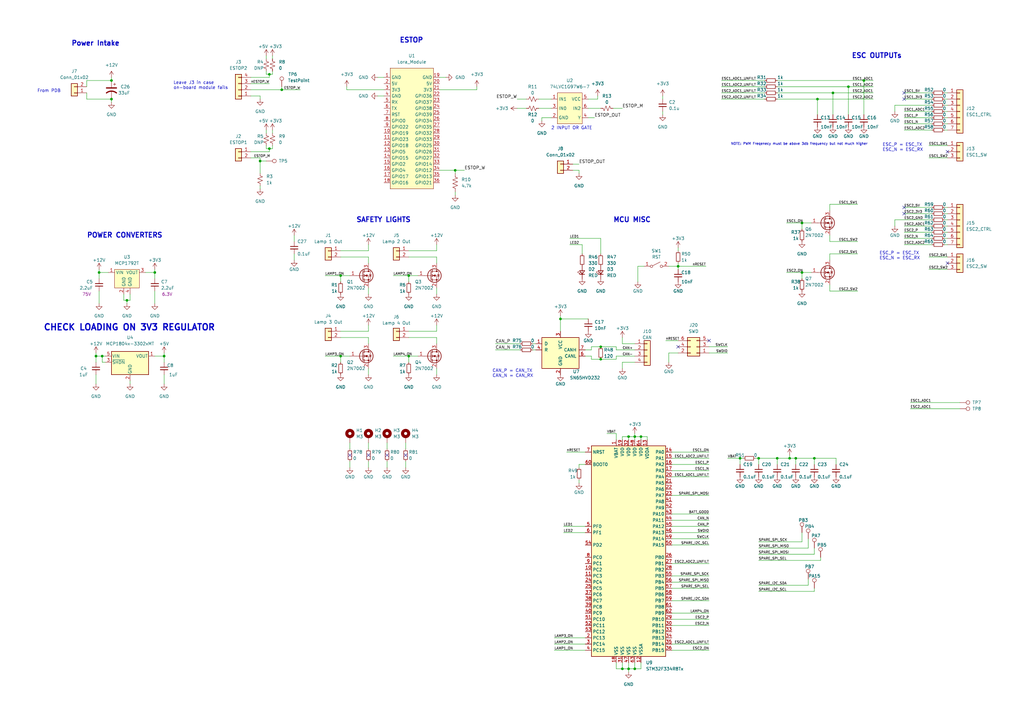
<source format=kicad_sch>
(kicad_sch (version 20211123) (generator eeschema)
  (paper "A3")
  (junction (at 323.85 187.96))
  (junction (at 278.13 109.22))
  (junction (at 354.33 33.02))
  (junction (at 328.93 111.76))
  (junction (at 45.72 33.02))
  (junction (at 139.7 146.05))
  (junction (at 45.72 40.64))
  (junction (at 335.28 40.64))
  (junction (at 106.68 66.04))
  (junction (at 260.35 179.07))
  (junction (at 167.64 113.03))
  (junction (at 115.57 36.83))
  (junction (at 334.01 187.96))
  (junction (at 257.81 274.32))
  (junction (at 326.39 187.96))
  (junction (at 341.63 38.1))
  (junction (at 186.69 69.85))
  (junction (at 318.77 187.96))
  (junction (at 262.89 179.07))
  (junction (at 40.64 111.76))
  (junction (at 246.38 142.24))
  (junction (at 52.07 123.19))
  (junction (at 328.93 91.44))
  (junction (at 257.81 179.07))
  (junction (at 139.7 113.03))
  (junction (at 110.49 30.48))
  (junction (at 303.53 187.96))
  (junction (at 255.27 274.32))
  (junction (at 67.31 146.05))
  (junction (at 63.5 111.76))
  (junction (at 347.98 35.56))
  (junction (at 110.49 60.96))
  (junction (at 41.91 146.05))
  (junction (at 167.64 146.05))
  (junction (at 311.15 187.96))
  (junction (at 229.87 130.81))
  (junction (at 246.38 147.32))
  (junction (at 260.35 274.32))
  (junction (at 39.37 146.05))
  (no_connect (at 370.84 87.63))
  (no_connect (at 370.84 85.09))
  (no_connect (at 388.62 62.23))
  (no_connect (at 290.83 139.7))
  (no_connect (at 278.13 142.24))
  (no_connect (at 143.51 186.69))
  (no_connect (at 388.62 107.95))
  (no_connect (at 151.13 186.69))
  (no_connect (at 166.37 186.69))
  (no_connect (at 158.75 186.69))
  (no_connect (at 370.84 38.1))
  (no_connect (at 370.84 40.64))
  (wire (pts (xy 387.35 38.1) (xy 388.62 38.1)))
  (wire (pts (xy 318.77 187.96) (xy 311.15 187.96)))
  (wire (pts (xy 106.68 66.04) (xy 106.68 71.12)))
  (wire (pts (xy 167.64 146.05) (xy 171.45 146.05)))
  (wire (pts (xy 102.87 31.75) (xy 110.49 31.75)))
  (wire (pts (xy 260.35 271.78) (xy 260.35 274.32)))
  (wire (pts (xy 102.87 36.83) (xy 115.57 36.83)))
  (wire (pts (xy 275.59 223.52) (xy 290.83 223.52)))
  (wire (pts (xy 241.3 40.64) (xy 245.11 40.64)))
  (wire (pts (xy 275.59 213.36) (xy 290.83 213.36)))
  (wire (pts (xy 252.73 271.78) (xy 252.73 274.32)))
  (wire (pts (xy 167.64 113.03) (xy 167.64 115.57)))
  (wire (pts (xy 186.69 69.85) (xy 190.5 69.85)))
  (wire (pts (xy 111.76 59.69) (xy 111.76 60.96)))
  (wire (pts (xy 367.03 90.17) (xy 382.27 90.17)))
  (wire (pts (xy 252.73 274.32) (xy 255.27 274.32)))
  (wire (pts (xy 110.49 30.48) (xy 109.22 30.48)))
  (wire (pts (xy 275.59 236.22) (xy 290.83 236.22)))
  (wire (pts (xy 151.13 102.87) (xy 151.13 100.33)))
  (wire (pts (xy 255.27 271.78) (xy 255.27 274.32)))
  (wire (pts (xy 111.76 53.34) (xy 111.76 54.61)))
  (wire (pts (xy 295.91 35.56) (xy 313.69 35.56)))
  (wire (pts (xy 186.69 78.74) (xy 186.69 80.01)))
  (wire (pts (xy 252.73 146.05) (xy 260.35 146.05)))
  (wire (pts (xy 370.84 53.34) (xy 382.27 53.34)))
  (wire (pts (xy 151.13 135.89) (xy 151.13 133.35)))
  (wire (pts (xy 328.93 111.76) (xy 328.93 114.3)))
  (wire (pts (xy 257.81 179.07) (xy 255.27 179.07)))
  (wire (pts (xy 222.25 48.26) (xy 222.25 49.53)))
  (wire (pts (xy 340.36 99.06) (xy 351.79 99.06)))
  (wire (pts (xy 180.34 36.83) (xy 195.58 36.83)))
  (wire (pts (xy 157.48 36.83) (xy 142.24 36.83)))
  (wire (pts (xy 246.38 44.45) (xy 241.3 44.45)))
  (wire (pts (xy 111.76 29.21) (xy 111.76 30.48)))
  (wire (pts (xy 367.03 43.18) (xy 382.27 43.18)))
  (wire (pts (xy 341.63 38.1) (xy 341.63 46.99)))
  (wire (pts (xy 275.59 241.3) (xy 290.83 241.3)))
  (wire (pts (xy 309.88 187.96) (xy 311.15 187.96)))
  (wire (pts (xy 295.91 33.02) (xy 313.69 33.02)))
  (wire (pts (xy 39.37 146.05) (xy 41.91 146.05)))
  (wire (pts (xy 255.27 179.07) (xy 255.27 180.34)))
  (wire (pts (xy 370.84 97.79) (xy 382.27 97.79)))
  (wire (pts (xy 387.35 40.64) (xy 388.62 40.64)))
  (wire (pts (xy 167.64 113.03) (xy 171.45 113.03)))
  (wire (pts (xy 340.36 104.14) (xy 351.79 104.14)))
  (wire (pts (xy 40.64 111.76) (xy 44.45 111.76)))
  (wire (pts (xy 275.59 251.46) (xy 290.83 251.46)))
  (wire (pts (xy 328.93 91.44) (xy 328.93 93.98)))
  (wire (pts (xy 334.01 242.57) (xy 334.01 241.3)))
  (wire (pts (xy 274.32 144.78) (xy 274.32 148.59)))
  (wire (pts (xy 262.89 179.07) (xy 265.43 179.07)))
  (wire (pts (xy 370.84 48.26) (xy 382.27 48.26)))
  (wire (pts (xy 387.35 43.18) (xy 388.62 43.18)))
  (wire (pts (xy 35.56 38.1) (xy 35.56 40.64)))
  (wire (pts (xy 220.98 44.45) (xy 226.06 44.45)))
  (wire (pts (xy 255.27 138.43) (xy 255.27 140.97)))
  (wire (pts (xy 318.77 187.96) (xy 318.77 190.5)))
  (wire (pts (xy 340.36 83.82) (xy 340.36 86.36)))
  (wire (pts (xy 387.35 53.34) (xy 388.62 53.34)))
  (wire (pts (xy 328.93 218.44) (xy 328.93 222.25)))
  (wire (pts (xy 41.91 148.59) (xy 41.91 146.05)))
  (wire (pts (xy 354.33 33.02) (xy 358.14 33.02)))
  (wire (pts (xy 35.56 33.02) (xy 45.72 33.02)))
  (wire (pts (xy 257.81 274.32) (xy 257.81 275.59)))
  (wire (pts (xy 260.35 274.32) (xy 262.89 274.32)))
  (wire (pts (xy 311.15 242.57) (xy 334.01 242.57)))
  (wire (pts (xy 167.64 105.41) (xy 179.07 105.41)))
  (wire (pts (xy 41.91 146.05) (xy 43.18 146.05)))
  (wire (pts (xy 311.15 229.87) (xy 336.55 229.87)))
  (wire (pts (xy 275.59 215.9) (xy 290.83 215.9)))
  (wire (pts (xy 342.9 187.96) (xy 342.9 190.5)))
  (wire (pts (xy 245.11 40.64) (xy 245.11 39.37)))
  (wire (pts (xy 318.77 38.1) (xy 341.63 38.1)))
  (wire (pts (xy 151.13 105.41) (xy 151.13 107.95)))
  (wire (pts (xy 222.25 48.26) (xy 226.06 48.26)))
  (wire (pts (xy 318.77 35.56) (xy 347.98 35.56)))
  (wire (pts (xy 139.7 138.43) (xy 151.13 138.43)))
  (wire (pts (xy 252.73 142.24) (xy 246.38 142.24)))
  (wire (pts (xy 45.72 40.64) (xy 45.72 41.91)))
  (wire (pts (xy 373.38 165.1) (xy 393.7 165.1)))
  (wire (pts (xy 233.68 97.79) (xy 246.38 97.79)))
  (wire (pts (xy 335.28 40.64) (xy 335.28 46.99)))
  (wire (pts (xy 323.85 187.96) (xy 318.77 187.96)))
  (wire (pts (xy 39.37 148.59) (xy 39.37 146.05)))
  (wire (pts (xy 227.33 266.7) (xy 240.03 266.7)))
  (wire (pts (xy 158.75 181.61) (xy 158.75 184.15)))
  (wire (pts (xy 262.89 274.32) (xy 262.89 271.78)))
  (wire (pts (xy 290.83 142.24) (xy 298.45 142.24)))
  (wire (pts (xy 387.35 92.71) (xy 388.62 92.71)))
  (wire (pts (xy 370.84 85.09) (xy 382.27 85.09)))
  (wire (pts (xy 167.64 138.43) (xy 179.07 138.43)))
  (wire (pts (xy 63.5 119.38) (xy 63.5 124.46)))
  (wire (pts (xy 133.35 113.03) (xy 139.7 113.03)))
  (wire (pts (xy 331.47 224.79) (xy 331.47 220.98)))
  (wire (pts (xy 278.13 109.22) (xy 278.13 110.49)))
  (wire (pts (xy 179.07 118.11) (xy 179.07 120.65)))
  (wire (pts (xy 227.33 264.16) (xy 240.03 264.16)))
  (wire (pts (xy 323.85 186.69) (xy 323.85 187.96)))
  (wire (pts (xy 311.15 240.03) (xy 331.47 240.03)))
  (wire (pts (xy 186.69 69.85) (xy 186.69 71.12)))
  (wire (pts (xy 40.64 111.76) (xy 40.64 114.3)))
  (wire (pts (xy 262.89 179.07) (xy 262.89 180.34)))
  (wire (pts (xy 109.22 59.69) (xy 109.22 60.96)))
  (wire (pts (xy 237.49 190.5) (xy 240.03 190.5)))
  (wire (pts (xy 151.13 151.13) (xy 151.13 153.67)))
  (wire (pts (xy 240.03 146.05) (xy 242.57 146.05)))
  (wire (pts (xy 151.13 138.43) (xy 151.13 140.97)))
  (wire (pts (xy 387.35 97.79) (xy 388.62 97.79)))
  (wire (pts (xy 370.84 87.63) (xy 382.27 87.63)))
  (wire (pts (xy 143.51 189.23) (xy 143.51 191.77)))
  (wire (pts (xy 110.49 62.23) (xy 110.49 60.96)))
  (wire (pts (xy 370.84 38.1) (xy 382.27 38.1)))
  (wire (pts (xy 35.56 40.64) (xy 45.72 40.64)))
  (wire (pts (xy 53.34 156.21) (xy 53.34 157.48)))
  (wire (pts (xy 370.84 100.33) (xy 382.27 100.33)))
  (wire (pts (xy 133.35 146.05) (xy 139.7 146.05)))
  (wire (pts (xy 115.57 36.83) (xy 123.19 36.83)))
  (wire (pts (xy 67.31 144.78) (xy 67.31 146.05)))
  (wire (pts (xy 381 64.77) (xy 388.62 64.77)))
  (wire (pts (xy 274.32 109.22) (xy 278.13 109.22)))
  (wire (pts (xy 110.49 60.96) (xy 111.76 60.96)))
  (wire (pts (xy 115.57 36.83) (xy 115.57 35.56)))
  (wire (pts (xy 246.38 142.24) (xy 242.57 142.24)))
  (wire (pts (xy 265.43 179.07) (xy 265.43 180.34)))
  (wire (pts (xy 311.15 187.96) (xy 311.15 190.5)))
  (wire (pts (xy 275.59 246.38) (xy 290.83 246.38)))
  (wire (pts (xy 139.7 113.03) (xy 139.7 115.57)))
  (wire (pts (xy 242.57 142.24) (xy 242.57 143.51)))
  (wire (pts (xy 336.55 228.6) (xy 336.55 229.87)))
  (wire (pts (xy 106.68 66.04) (xy 109.22 66.04)))
  (wire (pts (xy 109.22 22.86) (xy 109.22 24.13)))
  (wire (pts (xy 237.49 196.85) (xy 237.49 198.12)))
  (wire (pts (xy 387.35 48.26) (xy 388.62 48.26)))
  (wire (pts (xy 303.53 187.96) (xy 303.53 190.5)))
  (wire (pts (xy 229.87 130.81) (xy 229.87 135.89)))
  (wire (pts (xy 180.34 69.85) (xy 186.69 69.85)))
  (wire (pts (xy 318.77 33.02) (xy 354.33 33.02)))
  (wire (pts (xy 298.45 187.96) (xy 303.53 187.96)))
  (wire (pts (xy 120.65 96.52) (xy 120.65 99.06)))
  (wire (pts (xy 334.01 187.96) (xy 342.9 187.96)))
  (wire (pts (xy 203.2 143.51) (xy 213.36 143.51)))
  (wire (pts (xy 120.65 104.14) (xy 120.65 106.68)))
  (wire (pts (xy 328.93 91.44) (xy 332.74 91.44)))
  (wire (pts (xy 151.13 181.61) (xy 151.13 184.15)))
  (wire (pts (xy 387.35 90.17) (xy 388.62 90.17)))
  (wire (pts (xy 139.7 135.89) (xy 151.13 135.89)))
  (wire (pts (xy 340.36 119.38) (xy 351.79 119.38)))
  (wire (pts (xy 328.93 111.76) (xy 332.74 111.76)))
  (wire (pts (xy 370.84 95.25) (xy 382.27 95.25)))
  (wire (pts (xy 110.49 31.75) (xy 110.49 30.48)))
  (wire (pts (xy 271.78 39.37) (xy 271.78 40.64)))
  (wire (pts (xy 334.01 187.96) (xy 334.01 190.5)))
  (wire (pts (xy 238.76 104.14) (xy 238.76 100.33)))
  (wire (pts (xy 203.2 140.97) (xy 213.36 140.97)))
  (wire (pts (xy 212.09 44.45) (xy 215.9 44.45)))
  (wire (pts (xy 40.64 119.38) (xy 40.64 124.46)))
  (wire (pts (xy 326.39 187.96) (xy 326.39 190.5)))
  (wire (pts (xy 102.87 34.29) (xy 110.49 34.29)))
  (wire (pts (xy 323.85 187.96) (xy 326.39 187.96)))
  (wire (pts (xy 161.29 146.05) (xy 167.64 146.05)))
  (wire (pts (xy 275.59 218.44) (xy 290.83 218.44)))
  (wire (pts (xy 275.59 195.58) (xy 290.83 195.58)))
  (wire (pts (xy 179.07 102.87) (xy 179.07 100.33)))
  (wire (pts (xy 252.73 143.51) (xy 252.73 142.24)))
  (wire (pts (xy 52.07 123.19) (xy 50.8 123.19)))
  (wire (pts (xy 59.69 111.76) (xy 63.5 111.76)))
  (wire (pts (xy 257.81 271.78) (xy 257.81 274.32)))
  (wire (pts (xy 53.34 120.65) (xy 53.34 123.19)))
  (wire (pts (xy 252.73 180.34) (xy 252.73 177.8)))
  (wire (pts (xy 290.83 193.04) (xy 275.59 193.04)))
  (wire (pts (xy 35.56 35.56) (xy 35.56 33.02)))
  (wire (pts (xy 273.05 139.7) (xy 278.13 139.7)))
  (wire (pts (xy 231.14 215.9) (xy 240.03 215.9)))
  (wire (pts (xy 260.35 179.07) (xy 260.35 180.34)))
  (wire (pts (xy 257.81 179.07) (xy 257.81 180.34)))
  (wire (pts (xy 195.58 36.83) (xy 195.58 35.56)))
  (wire (pts (xy 275.59 210.82) (xy 290.83 210.82)))
  (wire (pts (xy 295.91 38.1) (xy 313.69 38.1)))
  (wire (pts (xy 275.59 185.42) (xy 290.83 185.42)))
  (wire (pts (xy 154.94 31.75) (xy 157.48 31.75)))
  (wire (pts (xy 45.72 31.75) (xy 45.72 33.02)))
  (wire (pts (xy 227.33 261.62) (xy 240.03 261.62)))
  (wire (pts (xy 233.68 100.33) (xy 238.76 100.33)))
  (wire (pts (xy 50.8 120.65) (xy 50.8 123.19)))
  (wire (pts (xy 151.13 189.23) (xy 151.13 191.77)))
  (wire (pts (xy 322.58 91.44) (xy 328.93 91.44)))
  (wire (pts (xy 311.15 224.79) (xy 331.47 224.79)))
  (wire (pts (xy 260.35 177.8) (xy 260.35 179.07)))
  (wire (pts (xy 139.7 105.41) (xy 151.13 105.41)))
  (wire (pts (xy 260.35 148.59) (xy 255.27 148.59)))
  (wire (pts (xy 179.07 138.43) (xy 179.07 140.97)))
  (wire (pts (xy 260.35 179.07) (xy 257.81 179.07)))
  (wire (pts (xy 347.98 35.56) (xy 358.14 35.56)))
  (wire (pts (xy 387.35 100.33) (xy 388.62 100.33)))
  (wire (pts (xy 275.59 266.7) (xy 290.83 266.7)))
  (wire (pts (xy 278.13 109.22) (xy 278.13 107.95)))
  (wire (pts (xy 139.7 146.05) (xy 143.51 146.05)))
  (wire (pts (xy 242.57 143.51) (xy 240.03 143.51)))
  (wire (pts (xy 387.35 50.8) (xy 388.62 50.8)))
  (wire (pts (xy 246.38 104.14) (xy 246.38 97.79)))
  (wire (pts (xy 252.73 143.51) (xy 260.35 143.51)))
  (wire (pts (xy 218.44 140.97) (xy 219.71 140.97)))
  (wire (pts (xy 102.87 64.77) (xy 106.68 64.77)))
  (wire (pts (xy 387.35 95.25) (xy 388.62 95.25)))
  (wire (pts (xy 278.13 101.6) (xy 278.13 102.87)))
  (wire (pts (xy 109.22 53.34) (xy 109.22 54.61)))
  (wire (pts (xy 218.44 143.51) (xy 219.71 143.51)))
  (wire (pts (xy 295.91 40.64) (xy 313.69 40.64)))
  (wire (pts (xy 331.47 240.03) (xy 331.47 237.49)))
  (wire (pts (xy 212.09 40.64) (xy 215.9 40.64)))
  (wire (pts (xy 110.49 60.96) (xy 109.22 60.96)))
  (wire (pts (xy 340.36 83.82) (xy 351.79 83.82)))
  (wire (pts (xy 334.01 227.33) (xy 334.01 224.79)))
  (wire (pts (xy 39.37 144.78) (xy 39.37 146.05)))
  (wire (pts (xy 271.78 46.99) (xy 271.78 45.72)))
  (wire (pts (xy 106.68 76.2) (xy 106.68 77.47)))
  (wire (pts (xy 275.59 256.54) (xy 290.83 256.54)))
  (wire (pts (xy 373.38 167.64) (xy 393.7 167.64)))
  (wire (pts (xy 387.35 85.09) (xy 388.62 85.09)))
  (wire (pts (xy 275.59 231.14) (xy 290.83 231.14)))
  (wire (pts (xy 43.18 148.59) (xy 41.91 148.59)))
  (wire (pts (xy 260.35 140.97) (xy 255.27 140.97)))
  (wire (pts (xy 354.33 33.02) (xy 354.33 46.99)))
  (wire (pts (xy 237.49 69.85) (xy 237.49 71.12)))
  (wire (pts (xy 264.16 109.22) (xy 261.62 109.22)))
  (wire (pts (xy 180.34 31.75) (xy 182.88 31.75)))
  (wire (pts (xy 139.7 102.87) (xy 151.13 102.87)))
  (wire (pts (xy 151.13 118.11) (xy 151.13 120.65)))
  (wire (pts (xy 166.37 181.61) (xy 166.37 184.15)))
  (wire (pts (xy 255.27 148.59) (xy 255.27 151.13)))
  (wire (pts (xy 275.59 238.76) (xy 290.83 238.76)))
  (wire (pts (xy 167.64 135.89) (xy 179.07 135.89)))
  (wire (pts (xy 381 105.41) (xy 388.62 105.41)))
  (wire (pts (xy 143.51 181.61) (xy 143.51 184.15)))
  (wire (pts (xy 261.62 109.22) (xy 261.62 115.57)))
  (wire (pts (xy 167.64 102.87) (xy 179.07 102.87)))
  (wire (pts (xy 303.53 187.96) (xy 304.8 187.96)))
  (wire (pts (xy 370.84 92.71) (xy 382.27 92.71)))
  (wire (pts (xy 229.87 129.54) (xy 229.87 130.81)))
  (wire (pts (xy 341.63 38.1) (xy 358.14 38.1)))
  (wire (pts (xy 102.87 62.23) (xy 110.49 62.23)))
  (wire (pts (xy 52.07 123.19) (xy 53.34 123.19)))
  (wire (pts (xy 340.36 104.14) (xy 340.36 106.68)))
  (wire (pts (xy 67.31 146.05) (xy 67.31 148.59)))
  (wire (pts (xy 167.64 146.05) (xy 167.64 148.59)))
  (wire (pts (xy 387.35 45.72) (xy 388.62 45.72)))
  (wire (pts (xy 237.49 191.77) (xy 237.49 190.5)))
  (wire (pts (xy 255.27 274.32) (xy 257.81 274.32)))
  (wire (pts (xy 381 59.69) (xy 388.62 59.69)))
  (wire (pts (xy 318.77 40.64) (xy 335.28 40.64)))
  (wire (pts (xy 63.5 111.76) (xy 63.5 114.3)))
  (wire (pts (xy 63.5 110.49) (xy 63.5 111.76)))
  (wire (pts (xy 234.95 69.85) (xy 237.49 69.85)))
  (wire (pts (xy 154.94 39.37) (xy 157.48 39.37)))
  (wire (pts (xy 275.59 254) (xy 290.83 254)))
  (wire (pts (xy 139.7 146.05) (xy 139.7 148.59)))
  (wire (pts (xy 367.03 92.71) (xy 367.03 90.17)))
  (wire (pts (xy 229.87 130.81) (xy 241.3 130.81)))
  (wire (pts (xy 63.5 146.05) (xy 67.31 146.05)))
  (wire (pts (xy 255.27 44.45) (xy 251.46 44.45)))
  (wire (pts (xy 232.41 185.42) (xy 240.03 185.42)))
  (wire (pts (xy 142.24 36.83) (xy 142.24 35.56)))
  (wire (pts (xy 39.37 153.67) (xy 39.37 157.48)))
  (wire (pts (xy 260.35 179.07) (xy 262.89 179.07)))
  (wire (pts (xy 242.57 147.32) (xy 246.38 147.32)))
  (wire (pts (xy 367.03 45.72) (xy 367.03 43.18)))
  (wire (pts (xy 179.07 151.13) (xy 179.07 153.67)))
  (wire (pts (xy 220.98 40.64) (xy 226.06 40.64)))
  (wire (pts (xy 340.36 119.38) (xy 340.36 116.84)))
  (wire (pts (xy 252.73 147.32) (xy 252.73 146.05)))
  (wire (pts (xy 290.83 144.78) (xy 298.45 144.78)))
  (wire (pts (xy 370.84 45.72) (xy 382.27 45.72)))
  (wire (pts (xy 347.98 35.56) (xy 347.98 46.99)))
  (wire (pts (xy 158.75 189.23) (xy 158.75 191.77)))
  (wire (pts (xy 52.07 124.46) (xy 52.07 123.19)))
  (wire (pts (xy 252.73 177.8) (xy 248.92 177.8)))
  (wire (pts (xy 370.84 50.8) (xy 382.27 50.8)))
  (wire (pts (xy 275.59 203.2) (xy 290.83 203.2)))
  (wire (pts (xy 102.87 39.37) (xy 106.68 39.37)))
  (wire (pts (xy 241.3 48.26) (xy 243.84 48.26)))
  (wire (pts (xy 246.38 147.32) (xy 252.73 147.32)))
  (wire (pts (xy 278.13 109.22) (xy 289.56 109.22)))
  (wire (pts (xy 106.68 64.77) (xy 106.68 66.04)))
  (wire (pts (xy 275.59 264.16) (xy 290.83 264.16)))
  (wire (pts (xy 322.58 111.76) (xy 328.93 111.76)))
  (wire (pts (xy 67.31 153.67) (xy 67.31 157.48)))
  (wire (pts (xy 311.15 227.33) (xy 334.01 227.33)))
  (wire (pts (xy 381 110.49) (xy 388.62 110.49)))
  (wire (pts (xy 275.59 187.96) (xy 290.83 187.96)))
  (wire (pts (xy 290.83 190.5) (xy 275.59 190.5)))
  (wire (pts (xy 387.35 87.63) (xy 388.62 87.63)))
  (wire (pts (xy 179.07 105.41) (xy 179.07 107.95)))
  (wire (pts (xy 326.39 187.96) (xy 334.01 187.96)))
  (wire (pts (xy 179.07 135.89) (xy 179.07 133.35)))
  (wire (pts (xy 110.49 30.48) (xy 111.76 30.48)))
  (wire (pts (xy 340.36 99.06) (xy 340.36 96.52)))
  (wire (pts (xy 278.13 144.78) (xy 274.32 144.78)))
  (wire (pts (xy 40.64 110.49) (xy 40.64 111.76)))
  (wire (pts (xy 242.57 146.05) (xy 242.57 147.32)))
  (wire (pts (xy 275.59 220.98) (xy 290.83 220.98)))
  (wire (pts (xy 234.95 67.31) (xy 237.49 67.31)))
  (wire (pts (xy 166.37 189.23) (xy 166.37 191.77)))
  (wire (pts (xy 260.35 274.32) (xy 257.81 274.32)))
  (wire (pts (xy 109.22 29.21) (xy 109.22 30.48)))
  (wire (pts (xy 139.7 113.03) (xy 143.51 113.03)))
  (wire (pts (xy 370.84 40.64) (xy 382.27 40.64)))
  (wire (pts (xy 106.68 39.37) (xy 106.68 40.64)))
  (wire (pts (xy 111.76 22.86) (xy 111.76 24.13)))
  (wire (pts (xy 161.29 113.03) (xy 167.64 113.03)))
  (wire (pts (xy 231.14 218.44) (xy 240.03 218.44)))
  (wire (pts (xy 311.15 222.25) (xy 328.93 222.25)))
  (wire (pts (xy 335.28 40.64) (xy 358.14 40.64)))
  (text "2 INPUT OR GATE" (at 226.06 53.34 0) (effects (font (size 1.27 1.27)) (justify left bottom)))
  (text "NOTE: PWM Freqenecy must be above 3db frequency but not much higher" (at 299.72 59.69 0) (effects (font (size 0.99 0.99)) (justify left bottom)))
  (text "POWER CONVERTERS" (at 35.56 97.79 0) (effects (font (size 2 2) (thickness 0.4) bold) (justify left bottom)))
  (text "Power Intake\n" (at 29.21 19.05 0) (effects (font (size 2 2) bold) (justify left bottom)))
  (text "CHECK LOADING ON 3V3 REGULATOR\n" (at 17.78 135.89 0) (effects (font (size 2.54 2.54) (thickness 0.508) bold) (justify left bottom)))
  (text "SAFETY LIGHTS" (at 146.05 91.44 0) (effects (font (size 2 2) bold) (justify left bottom)))
  (text "ESC_P = ESC_TX\nESC_N = ESC_RX\n" (at 361.95 62.23 0) (effects (font (size 1.27 1.27)) (justify left bottom)))
  (text "ESC OUTPUTs\n" (at 349.25 24.13 0) (effects (font (size 2 2) bold) (justify left bottom)))
  (text "From PDB" (at 15.24 38.1 0) (effects (font (size 1.27 1.27)) (justify left bottom)))
  (text "Leave J3 in case \non-board module fails" (at 71.12 36.83 0) (effects (font (size 1.27 1.27)) (justify left bottom)))
  (text "ESC_P = ESC_TX\nESC_N = ESC_RX\n" (at 360.68 106.68 0) (effects (font (size 1.27 1.27)) (justify left bottom)))
  (text "CAN_P = CAN_TX\nCAN_N = CAN_RX\n" (at 201.93 154.94 0) (effects (font (size 1.27 1.27)) (justify left bottom)))
  (text "ESTOP" (at 163.83 17.78 0) (effects (font (size 2 2) bold) (justify left bottom)))
  (text "MCU MISC" (at 251.46 91.44 0) (effects (font (size 2 2) bold) (justify left bottom)))
  (label "ESC2_SW1" (at 381 105.41 0) (effects (font (size 0.99 0.99))))
  (label "ESC1_ADC2" (at 358.14 35.56 180) (effects (font (size 0.99 0.99))))
  (label "ESTOP_W" (at 212.09 40.64 180))
  (label "ESTOP_W" (at 190.5 69.85 0))
  (label "CAN_P" (at 290.83 215.9 180) (effects (font (size 0.99 0.99))))
  (label "ESC2_ADC2" (at 370.84 100.33 0) (effects (font (size 0.99 0.99))))
  (label "VBAT" (at 298.45 187.96 0) (effects (font (size 0.99 0.99))))
  (label "ESC1_P" (at 370.84 48.26 0) (effects (font (size 0.99 0.99))))
  (label "ESC2_3V3" (at 370.84 87.63 0) (effects (font (size 0.99 0.99))))
  (label "ESC1_ADC2_UNFILT" (at 290.83 187.96 180) (effects (font (size 0.99 0.99))))
  (label "LED1" (at 231.14 215.9 0) (effects (font (size 0.99 0.99))))
  (label "ESC1_ADC1" (at 373.38 165.1 0) (effects (font (size 0.99 0.99))))
  (label "SPARE_I2C_SCL" (at 311.15 242.57 0) (effects (font (size 0.99 0.99))))
  (label "ESC2_N" (at 290.83 256.54 180) (effects (font (size 0.99 0.99))))
  (label "LAMP4_ON" (at 161.29 146.05 0) (effects (font (size 0.99 0.99))))
  (label "ESC2_GND" (at 370.84 90.17 0) (effects (font (size 0.99 0.99))))
  (label "CAN_N" (at 203.2 143.51 0))
  (label "nRESET" (at 232.41 185.42 0) (effects (font (size 0.99 0.99))))
  (label "ESC1_ADC1" (at 370.84 45.72 0) (effects (font (size 0.99 0.99))))
  (label "ESC1_ADC1_UNFILT" (at 295.91 33.02 0) (effects (font (size 0.99 0.99))))
  (label "ESC1_N" (at 290.83 193.04 180) (effects (font (size 0.99 0.99))))
  (label "SWDIO" (at 290.83 218.44 180) (effects (font (size 0.99 0.99))))
  (label "LAMP3_ON" (at 133.35 146.05 0) (effects (font (size 0.99 0.99))))
  (label "nRESET" (at 273.05 139.7 0) (effects (font (size 0.99 0.99))))
  (label "ESC2_ADC1" (at 370.84 92.71 0) (effects (font (size 0.99 0.99))))
  (label "CAN_P" (at 203.2 140.97 0))
  (label "nRESET" (at 289.56 109.22 180) (effects (font (size 0.99 0.99))))
  (label "ESC2_ON" (at 290.83 266.7 180) (effects (font (size 0.99 0.99))))
  (label "CAN_N" (at 290.83 213.36 180) (effects (font (size 0.99 0.99))))
  (label "ESC2_ADC1" (at 358.14 38.1 180) (effects (font (size 0.99 0.99))))
  (label "ESC1_SW1" (at 381 59.69 0) (effects (font (size 0.99 0.99))))
  (label "ESC1_P" (at 290.83 190.5 180) (effects (font (size 0.99 0.99))))
  (label "SWDIO" (at 298.45 144.78 180) (effects (font (size 0.99 0.99))))
  (label "ESC2_5V" (at 370.84 85.09 0) (effects (font (size 0.99 0.99))))
  (label "ESC1_ON" (at 290.83 185.42 180) (effects (font (size 0.99 0.99))))
  (label "VBAT" (at 248.92 177.8 0) (effects (font (size 0.99 0.99))))
  (label "ESC1_3V3" (at 370.84 40.64 0) (effects (font (size 0.99 0.99))))
  (label "ESC1_ADC1_UNFILT" (at 290.83 195.58 180) (effects (font (size 0.99 0.99))))
  (label "LAMP3_ON" (at 227.33 261.62 0) (effects (font (size 0.99 0.99))))
  (label "LAMP2_ON" (at 227.33 264.16 0) (effects (font (size 0.99 0.99))))
  (label "ESC2_N" (at 370.84 97.79 0) (effects (font (size 0.99 0.99))))
  (label "SPARE_SPI_SEL" (at 290.83 241.3 180) (effects (font (size 1 1))))
  (label "SPARE_SPI_MOSI" (at 290.83 203.2 180) (effects (font (size 1 1))))
  (label "ESC2_ADC2_UNFILT" (at 295.91 40.64 0) (effects (font (size 0.99 0.99))))
  (label "LED2" (at 231.14 218.44 0) (effects (font (size 0.99 0.99))))
  (label "ESC1_ADC2_UNFILT" (at 295.91 35.56 0) (effects (font (size 0.99 0.99))))
  (label "SPARE_SPI_SEL" (at 311.15 229.87 0) (effects (font (size 1 1))))
  (label "SWCLK" (at 290.83 220.98 180) (effects (font (size 0.99 0.99))))
  (label "ESC1_ADC1" (at 358.14 33.02 180) (effects (font (size 0.99 0.99))))
  (label "ESC2_ADC2" (at 358.14 40.64 180) (effects (font (size 0.99 0.99))))
  (label "ESTOP_OUT" (at 243.84 48.26 0))
  (label "nESTOP_W" (at 110.49 34.29 180) (effects (font (size 0.99 0.99))))
  (label "ESC2_SW2" (at 381 110.49 0) (effects (font (size 0.99 0.99))))
  (label "ESC2_ADC2_UNFILT" (at 290.83 231.14 180) (effects (font (size 0.99 0.99))))
  (label "ESC2_SW1" (at 351.79 104.14 180) (effects (font (size 0.99 0.99))))
  (label "CAN+" (at 255.27 143.51 0) (effects (font (size 0.99 0.99))))
  (label "SWCLK" (at 298.45 142.24 180) (effects (font (size 0.99 0.99))))
  (label "ESTOP_W" (at 123.19 36.83 180) (effects (font (size 0.99 0.99))))
  (label "ESC1_ADC2" (at 370.84 53.34 0) (effects (font (size 0.99 0.99))))
  (label "ESC1_ON" (at 322.58 91.44 0) (effects (font (size 0.99 0.99))))
  (label "SPARE_SPI_SCK" (at 311.15 222.25 0) (effects (font (size 1 1))))
  (label "ESC2_P" (at 370.84 95.25 0) (effects (font (size 0.99 0.99))))
  (label "LAMP1_ON" (at 227.33 266.7 0) (effects (font (size 0.99 0.99))))
  (label "LAMP4_ON" (at 290.83 251.46 180) (effects (font (size 0.99 0.99))))
  (label "ESC2_ON" (at 322.58 111.76 0) (effects (font (size 0.99 0.99))))
  (label "ESTOP_M" (at 104.14 64.77 0) (effects (font (size 0.99 0.99))))
  (label "ESC2_ADC1_UNFILT" (at 290.83 264.16 180) (effects (font (size 0.99 0.99))))
  (label "ESC1_SW2" (at 351.79 99.06 180) (effects (font (size 0.99 0.99))))
  (label "ESC2_SW2" (at 351.79 119.38 180) (effects (font (size 0.99 0.99))))
  (label "ESC1_SW1" (at 351.79 83.82 180) (effects (font (size 0.99 0.99))))
  (label "LAMP2_ON" (at 161.29 113.03 0) (effects (font (size 0.99 0.99))))
  (label "ESC2_ADC1" (at 373.38 167.64 0) (effects (font (size 0.99 0.99))))
  (label "CAN-" (at 255.27 146.05 0) (effects (font (size 0.99 0.99))))
  (label "ESC1_N" (at 370.84 50.8 0) (effects (font (size 0.99 0.99))))
  (label "ESC2_ADC1_UNFILT" (at 295.91 38.1 0) (effects (font (size 0.99 0.99))))
  (label "SPARE_SPI_MOSI" (at 311.15 227.33 0) (effects (font (size 1 1))))
  (label "SPARE_SPI_MISO" (at 311.15 224.79 0) (effects (font (size 1 1))))
  (label "ESC2_P" (at 290.83 254 180) (effects (font (size 0.99 0.99))))
  (label "ESC1_5V" (at 370.84 38.1 0) (effects (font (size 0.99 0.99))))
  (label "ESC1_SW2" (at 381 64.77 0) (effects (font (size 0.99 0.99))))
  (label "SPARE_I2C_SDA" (at 290.83 246.38 180) (effects (font (size 0.99 0.99))))
  (label "LED2" (at 233.68 100.33 0) (effects (font (size 0.99 0.99))))
  (label "ESTOP_OUT" (at 237.49 67.31 0))
  (label "SPARE_SPI_MISO" (at 290.83 238.76 180) (effects (font (size 1 1))))
  (label "LED1" (at 233.68 97.79 0) (effects (font (size 0.99 0.99))))
  (label "SPARE_I2C_SDA" (at 311.15 240.03 0) (effects (font (size 0.99 0.99))))
  (label "ESTOP_M" (at 255.27 44.45 0))
  (label "BATT_GOOD" (at 290.83 210.82 180) (effects (font (size 0.99 0.99))))
  (label "SPARE_I2C_SCL" (at 290.83 223.52 180) (effects (font (size 0.99 0.99))))
  (label "LAMP1_ON" (at 133.35 113.03 0) (effects (font (size 0.99 0.99))))
  (label "SPARE_SPI_SCK" (at 290.83 236.22 180) (effects (font (size 1 1))))
  (symbol (lib_id "power:+3V3") (at 111.76 22.86 0) (unit 1)
    (property "Reference" "#PWR0144" (effects hide))
    (property "Value" "+3V3" (at 113.03 19.05 0))
  )
  (symbol (lib_id "power:GND") (at 328.93 99.06 0) (unit 1)
    (property "Reference" "#PWR0132" (effects hide))
    (property "Value" "GND" (at 328.93 104.14 0))
  )
  (symbol (lib_id "Mechanical:MountingHole_Pad") (at 166.37 179.07 0) (unit 1)
    (property "Reference" "H4" (at 168.91 176.5299 0) (effects (justify left)))
    (property "Value" "M3" (at 168.91 179.0699 0) (effects (justify left)))
    (property "Footprint" "MountingHole:MountingHole_3.2mm_M3_Pad_Via" (effects hide))
  )
  (symbol (lib_id "power:GND") (at 347.98 52.07 0) (unit 1)
    (property "Reference" "#PWR0134" (effects hide))
    (property "Value" "GND" (at 347.98 55.88 0))
  )
  (symbol (lib_id "Regulator_Linear:MCP1804x-3302xMT") (at 53.34 148.59 0) (unit 1)
    (property "Reference" "U4" (at 53.34 138.43 0))
    (property "Value" "MCP1804x-3302xMT" (at 53.34 140.97 0))
    (property "Footprint" "Package_TO_SOT_SMD:SOT-89-5" (effects hide))
    (property "Datasheet" "http://ww1.microchip.com/downloads/en/DeviceDoc/20002200D.pdf" (effects hide))
    (property "Digikey" "MCP1804T-5002I/MTCT-ND" (effects hide))
  )
  (symbol (lib_id "power:GND") (at 257.81 275.59 0) (unit 1)
    (property "Reference" "#PWR011" (effects hide))
    (property "Value" "GND" (at 257.81 280.67 0))
  )
  (symbol (lib_id "Device:R_Small") (at 316.23 40.64 90) (unit 1)
    (property "Reference" "R34" (at 312.42 39.37 90))
    (property "Value" "1k" (at 320.04 39.37 90))
    (property "Footprint" "Resistor_SMD:R_0603_1608Metric" (effects hide))
  )
  (symbol (lib_id "power:GND") (at 151.13 191.77 0) (unit 1)
    (property "Reference" "#PWR0169" (effects hide))
    (property "Value" "GND" (at 151.13 195.58 0))
  )
  (symbol (lib_id "Transistor_FET:2N7002") (at 176.53 146.05 0) (unit 1)
    (property "Reference" "Q4" (at 170.18 148.59 0) (effects (justify left)))
    (property "Value" "2N7002" (at 170.18 151.13 0) (effects (justify left)))
    (property "Footprint" "Package_TO_SOT_SMD:SOT-23" (effects hide))
    (property "Datasheet" "https://www.onsemi.com/pub/Collateral/NDS7002A-D.PDF" (effects hide))
    (property "Digikey" "2N7002A-7DICT-ND" (effects hide))
  )
  (symbol (lib_id "power:+3V3") (at 278.13 101.6 0) (mirror y) (unit 1)
    (property "Reference" "#PWR014" (effects hide))
    (property "Value" "+3V3" (at 278.13 97.79 0))
  )
  (symbol (lib_id "power:GND") (at 186.69 80.01 0) (unit 1)
    (property "Reference" "#PWR0106" (effects hide))
    (property "Value" "GND" (at 186.69 85.09 0))
  )
  (symbol (lib_id "Device:R_Small_US") (at 248.92 44.45 90) (mirror x) (unit 1)
    (property "Reference" "R13" (at 248.92 39.37 90))
    (property "Value" "0" (at 248.92 41.91 90))
    (property "Footprint" "Resistor_SMD:R_0805_2012Metric" (effects hide))
  )
  (symbol (lib_id "power:+12V") (at 40.64 110.49 0) (unit 1)
    (property "Reference" "#PWR0118" (effects hide))
    (property "Value" "+12V" (at 40.64 106.68 0))
  )
  (symbol (lib_id "Device:R_Small_US") (at 109.22 26.67 0) (unit 1)
    (property "Reference" "R4" (at 105.41 25.4 0) (effects (justify left)))
    (property "Value" "DNP" (at 104.14 27.94 0) (effects (justify left)))
    (property "Footprint" "Resistor_SMD:R_0805_2012Metric" (effects hide))
  )
  (symbol (lib_id "power:GND") (at 166.37 191.77 0) (unit 1)
    (property "Reference" "#PWR0170" (effects hide))
    (property "Value" "GND" (at 166.37 195.58 0))
  )
  (symbol (lib_id "Connector_Generic:Conn_02x03_Odd_Even") (at 285.75 142.24 180) (unit 1)
    (property "Reference" "J20" (at 284.48 133.35 0))
    (property "Value" "SWD" (at 284.48 135.89 0))
    (property "Footprint" "Connector_PinSocket_1.27mm:PinSocket_2x03_P1.27mm_Vertical" (effects hide))
    (property "Digikey" "S9015E-03-ND" (effects hide))
  )
  (symbol (lib_id "Device:R_Small") (at 167.64 118.11 0) (mirror y) (unit 1)
    (property "Reference" "R6" (at 165.1 116.84 0))
    (property "Value" "1k" (at 165.1 119.38 0))
    (property "Footprint" "Resistor_SMD:R_0603_1608Metric" (effects hide))
  )
  (symbol (lib_id "Device:C_Small") (at 63.5 116.84 180) (unit 1)
    (property "Reference" "C7" (at 66.04 115.5635 0) (effects (justify right)))
    (property "Value" "2.2uF" (at 66.04 118.1035 0) (effects (justify right)))
    (property "Footprint" "Capacitor_SMD:C_0805_2012Metric" (effects hide))
    (property "Voltage" "6.3V" (at 68.58 120.65 0))
  )
  (symbol (lib_id "power:GND") (at 271.78 46.99 0) (unit 1)
    (property "Reference" "#PWR0114" (effects hide))
    (property "Value" "GND" (at 271.78 52.07 0))
  )
  (symbol (lib_id "Connector_Generic:Conn_01x04") (at 97.79 36.83 180) (unit 1)
    (property "Reference" "J3" (at 97.79 25.4 0))
    (property "Value" "ESTOP2" (at 97.79 27.94 0))
    (property "Footprint" "Connector_JST:JST_PH_B4B-PH-K_1x04_P2.00mm_Vertical" (effects hide))
    (property "LCSC" "C566011" (effects hide))
  )
  (symbol (lib_id "Device:LED_Small") (at 238.76 111.76 90) (unit 1)
    (property "Reference" "D2" (at 241.3 110.4264 90) (effects (justify right)))
    (property "Value" "RED" (at 241.3 112.9664 90) (effects (justify right)))
    (property "Footprint" "LED_SMD:LED_0603_1608Metric" (effects hide))
    (property "Digikey" "160-1445-1-ND" (effects hide))
  )
  (symbol (lib_id "power:GND") (at 158.75 191.77 0) (unit 1)
    (property "Reference" "#PWR0171" (effects hide))
    (property "Value" "GND" (at 158.75 195.58 0))
  )
  (symbol (lib_id "power:+5V") (at 67.31 144.78 0) (unit 1)
    (property "Reference" "#PWR02" (effects hide))
    (property "Value" "+5V" (at 67.31 140.97 0))
  )
  (symbol (lib_id "power:GND") (at 154.94 39.37 270) (unit 1)
    (property "Reference" "#PWR0101" (effects hide))
    (property "Value" "GND" (at 151.13 39.3699 90) (effects (justify right)))
  )
  (symbol (lib_id "Device:C_Small") (at 347.98 49.53 0) (unit 1)
    (property "Reference" "C15" (at 349.25 48.26 0) (effects (justify left)))
    (property "Value" "10nF" (at 349.25 52.07 0) (effects (justify left)))
    (property "Footprint" "Capacitor_SMD:C_0603_1608Metric" (effects hide))
  )
  (symbol (lib_id "Connector:TestPoint") (at 334.01 224.79 0) (mirror y) (unit 1)
    (property "Reference" "PA7" (at 336.55 219.71 0) (effects (justify left)))
    (property "Value" "TestPoint" (effects hide))
    (property "Footprint" "TestPoint:TestPoint_Pad_D1.0mm" (effects hide))
  )
  (symbol (lib_id "power:GND") (at 334.01 195.58 0) (unit 1)
    (property "Reference" "#PWR021" (effects hide))
    (property "Value" "GND" (at 334.01 199.39 0))
  )
  (symbol (lib_id "Device:C_Small") (at 318.77 193.04 0) (unit 1)
    (property "Reference" "C21" (at 320.04 190.5 0) (effects (justify left)))
    (property "Value" "0.1uF" (at 320.04 195.58 0) (effects (justify left)))
    (property "Footprint" "Capacitor_SMD:C_0805_2012Metric" (effects hide))
  )
  (symbol (lib_id "power:+12V") (at 120.65 96.52 0) (unit 1)
    (property "Reference" "#PWR0167" (effects hide))
    (property "Value" "+12V" (at 120.65 92.71 0))
  )
  (symbol (lib_id "Connector_Generic:Conn_01x02") (at 30.48 38.1 180) (unit 1)
    (property "Reference" "J7" (at 30.48 29.21 0))
    (property "Value" "Conn_01x02" (at 30.48 31.75 0))
    (property "Footprint" "Connector_Molex:Molex_Mini-Fit_Sr_42820-22XX_1x02_P10.00mm_Horizontal" (effects hide))
    (property "Digikey" "0428202224-ND" (effects hide))
  )
  (symbol (lib_id "Graphic:Logo_Open_Hardware_Small") (at 444.5 62.23 0) (unit 1)
    (property "Reference" "#LOGO4" (effects hide))
    (property "Value" "Logo_Open_Hardware_Small" (effects hide))
    (property "note" "Big Molex Cable Assemblies" (at 444.5 68.58 0))
    (property "Digikey" "900-0369240203-ND" (effects hide))
  )
  (symbol (lib_id "Device:R_Small_US") (at 218.44 44.45 270) (unit 1)
    (property "Reference" "R12" (at 218.44 46.99 90))
    (property "Value" "0" (at 218.44 49.53 90))
    (property "Footprint" "Resistor_SMD:R_0805_2012Metric" (effects hide))
  )
  (symbol (lib_id "Device:C_Small") (at 342.9 193.04 0) (unit 1)
    (property "Reference" "C24" (at 344.17 190.5 0) (effects (justify left)))
    (property "Value" "0.1uF" (at 344.17 195.58 0) (effects (justify left)))
    (property "Footprint" "Capacitor_SMD:C_0805_2012Metric" (effects hide))
  )
  (symbol (lib_id "power:+12V") (at 45.72 31.75 0) (unit 1)
    (property "Reference" "#PWR0126" (effects hide))
    (property "Value" "+12V" (at 45.72 26.67 0))
  )
  (symbol (lib_id "power:GND") (at 335.28 52.07 0) (unit 1)
    (property "Reference" "#PWR0125" (effects hide))
    (property "Value" "GND" (at 335.28 55.88 0))
  )
  (symbol (lib_id "power:+3V3") (at 63.5 110.49 0) (unit 1)
    (property "Reference" "#PWR01" (effects hide))
    (property "Value" "+3V3" (at 63.5 106.68 0))
  )
  (symbol (lib_id "Mechanical:MountingHole_Pad") (at 151.13 179.07 0) (unit 1)
    (property "Reference" "H2" (at 153.67 176.5299 0) (effects (justify left)))
    (property "Value" "M3" (at 153.67 179.0699 0) (effects (justify left)))
    (property "Footprint" "MountingHole:MountingHole_3.2mm_M3_Pad_Via" (effects hide))
  )
  (symbol (lib_id "Mechanical:MountingHole_Pad") (at 143.51 179.07 0) (unit 1)
    (property "Reference" "H1" (at 146.05 176.5299 0) (effects (justify left)))
    (property "Value" "M3" (at 146.05 179.0699 0) (effects (justify left)))
    (property "Footprint" "MountingHole:MountingHole_3.2mm_M3_Pad_Via" (effects hide))
  )
  (symbol (lib_id "Device:R_Small") (at 384.81 53.34 90) (unit 1)
    (property "Reference" "R58" (at 381 52.07 90))
    (property "Value" "0" (at 387.35 52.07 90))
    (property "Footprint" "Resistor_SMD:R_0603_1608Metric" (effects hide))
  )
  (symbol (lib_id "power:GND") (at 179.07 153.67 0) (unit 1)
    (property "Reference" "#PWR0148" (effects hide))
    (property "Value" "GND" (at 179.07 158.75 0))
  )
  (symbol (lib_id "power:GND") (at 222.25 49.53 0) (unit 1)
    (property "Reference" "#PWR0110" (effects hide))
    (property "Value" "GND" (at 222.25 54.61 0))
  )
  (symbol (lib_id "Device:LED_Small") (at 246.38 111.76 90) (unit 1)
    (property "Reference" "D3" (at 248.92 110.4264 90) (effects (justify right)))
    (property "Value" "RED" (at 248.92 112.9664 90) (effects (justify right)))
    (property "Footprint" "LED_SMD:LED_0603_1608Metric" (effects hide))
    (property "Digikey" "160-1445-1-ND" (effects hide))
  )
  (symbol (lib_id "Device:C_Small") (at 341.63 49.53 0) (unit 1)
    (property "Reference" "C14" (at 342.9 48.26 0) (effects (justify left)))
    (property "Value" "10nF" (at 342.9 52.07 0) (effects (justify left)))
    (property "Footprint" "Capacitor_SMD:C_0603_1608Metric" (effects hide))
  )
  (symbol (lib_id "Device:C_Small") (at 334.01 193.04 0) (unit 1)
    (property "Reference" "C23" (at 335.28 190.5 0) (effects (justify left)))
    (property "Value" "0.1uF" (at 335.28 195.58 0) (effects (justify left)))
    (property "Footprint" "Capacitor_SMD:C_0805_2012Metric" (effects hide))
  )
  (symbol (lib_id "power:GND") (at 67.31 157.48 0) (unit 1)
    (property "Reference" "#PWR0107" (effects hide))
    (property "Value" "GND" (at 67.31 162.56 0))
  )
  (symbol (lib_id "Device:R_Small") (at 139.7 118.11 0) (mirror y) (unit 1)
    (property "Reference" "R1" (at 137.16 116.84 0))
    (property "Value" "1k" (at 137.16 119.38 0))
    (property "Footprint" "Resistor_SMD:R_0603_1608Metric" (effects hide))
  )
  (symbol (lib_id "power:GND") (at 143.51 191.77 0) (unit 1)
    (property "Reference" "#PWR0168" (effects hide))
    (property "Value" "GND" (at 143.51 195.58 0))
  )
  (symbol (lib_id "Device:C_Small") (at 303.53 193.04 0) (unit 1)
    (property "Reference" "C19" (at 304.8 190.5 0) (effects (justify left)))
    (property "Value" "0.1uF" (at 304.8 195.58 0) (effects (justify left)))
    (property "Footprint" "Capacitor_SMD:C_0805_2012Metric" (effects hide))
  )
  (symbol (lib_id "Device:R_Small") (at 384.81 45.72 90) (unit 1)
    (property "Reference" "R55" (at 381 44.45 90))
    (property "Value" "0" (at 387.35 44.45 90))
    (property "Footprint" "Resistor_SMD:R_0603_1608Metric" (effects hide))
  )
  (symbol (lib_id "Device:R_US") (at 186.69 74.93 0) (unit 1)
    (property "Reference" "R10" (at 189.23 73.6599 0) (effects (justify left)))
    (property "Value" "4.7k" (at 189.23 76.1999 0) (effects (justify left)))
    (property "Footprint" "Resistor_SMD:R_0805_2012Metric" (effects hide))
  )
  (symbol (lib_id "power:GND") (at 237.49 71.12 0) (unit 1)
    (property "Reference" "#PWR0113" (effects hide))
    (property "Value" "GND" (at 237.49 76.2 0))
  )
  (symbol (lib_id "power:+3V3") (at 212.09 44.45 90) (unit 1)
    (property "Reference" "#PWR0111" (effects hide))
    (property "Value" "+3V3" (at 203.2 44.45 90) (effects (justify right)))
  )
  (symbol (lib_id "Switch:SW_SPST") (at 269.24 109.22 0) (unit 1)
    (property "Reference" "SW1" (at 269.24 102.87 0))
    (property "Value" "RST" (at 269.24 105.41 0))
    (property "Footprint" "Button_Switch_SMD:SW_SPST_B3U-1100P" (effects hide))
    (property "Datasheet" "https://omronfs.omron.com/en_US/ecb/products/pdf/en-b3u.pdf" (effects hide))
    (property "Digikey" "SW1104CT-ND" (effects hide))
  )
  (symbol (lib_id "power:GND") (at 53.34 157.48 0) (unit 1)
    (property "Reference" "#PWR0109" (effects hide))
    (property "Value" "GND" (at 53.34 162.56 0))
  )
  (symbol (lib_id "Device:R_Small") (at 246.38 144.78 0) (unit 1)
    (property "Reference" "R48" (at 247.65 143.51 0) (effects (justify left)))
    (property "Value" "120" (at 247.65 146.05 0) (effects (justify left)))
    (property "Footprint" "Resistor_SMD:R_0603_1608Metric" (effects hide))
    (property "Digikey" "A129677CT-ND" (effects hide))
  )
  (symbol (lib_id "power:+12V") (at 151.13 133.35 0) (unit 1)
    (property "Reference" "#PWR0153" (effects hide))
    (property "Value" "+12V" (at 151.13 129.54 0))
  )
  (symbol (lib_id "power:+3V3") (at 111.76 53.34 0) (unit 1)
    (property "Reference" "#PWR0117" (effects hide))
    (property "Value" "+3V3" (at 113.03 49.53 0))
  )
  (symbol (lib_id "Device:R_Small_US") (at 111.76 57.15 0) (unit 1)
    (property "Reference" "R9" (at 114.3 55.8799 0) (effects (justify left)))
    (property "Value" "0" (at 114.3 58.4199 0) (effects (justify left)))
    (property "Footprint" "Resistor_SMD:R_0805_2012Metric" (effects hide))
  )
  (symbol (lib_id "power:GND") (at 45.72 41.91 0) (unit 1)
    (property "Reference" "#PWR0124" (effects hide))
    (property "Value" "GND" (at 45.72 46.99 0))
  )
  (symbol (lib_id "Connector_Generic:Conn_01x02") (at 229.87 67.31 0) (mirror y) (unit 1)
    (property "Reference" "J8" (at 229.87 60.96 0))
    (property "Value" "Conn_01x02" (at 229.87 63.5 0))
    (property "Footprint" "Connector_Molex:Molex_Micro-Fit_3.0_43650-0200_1x02_P3.00mm_Horizontal" (effects hide))
    (property "Digikey" "WM1860-ND" (effects hide))
  )
  (symbol (lib_id "Device:C_Small") (at 335.28 49.53 0) (unit 1)
    (property "Reference" "C13" (at 336.55 48.26 0) (effects (justify left)))
    (property "Value" "10nF" (at 336.55 52.07 0) (effects (justify left)))
    (property "Footprint" "Capacitor_SMD:C_0603_1608Metric" (effects hide))
  )
  (symbol (lib_id "Device:C_Small") (at 326.39 193.04 0) (unit 1)
    (property "Reference" "C22" (at 327.66 190.5 0) (effects (justify left)))
    (property "Value" "0.1uF" (at 327.66 195.58 0) (effects (justify left)))
    (property "Footprint" "Capacitor_SMD:C_0805_2012Metric" (effects hide))
  )
  (symbol (lib_id "Device:R_Small") (at 215.9 140.97 90) (unit 1)
    (property "Reference" "R75" (at 212.09 139.7 90))
    (property "Value" "0" (at 218.44 139.7 90))
    (property "Footprint" "Resistor_SMD:R_0603_1608Metric" (effects hide))
  )
  (symbol (lib_id "power:+3V3") (at 142.24 35.56 0) (mirror y) (unit 1)
    (property "Reference" "#PWR0102" (effects hide))
    (property "Value" "+3V3" (at 142.24 30.48 0))
  )
  (symbol (lib_id "Device:C_Polarized_US") (at 45.72 36.83 0) (mirror y) (unit 1)
    (property "Reference" "C26" (at 53.34 35.56 0) (effects (justify left)))
    (property "Value" "33uF" (at 53.34 38.1 0) (effects (justify left)))
    (property "Footprint" "Capacitor_THT:CP_Radial_D8.0mm_P3.50mm" (effects hide))
    (property "Datasheet" "https://www.rubycon.co.jp/wp-content/uploads/catalog-aluminum/ZLH.pdf" (effects hide))
    (property "Digikey" "1189-2152-ND" (effects hide))
  )
  (symbol (lib_id "power:GND") (at 106.68 77.47 0) (unit 1)
    (property "Reference" "#PWR0152" (effects hide))
    (property "Value" "GND" (at 106.68 82.55 0))
  )
  (symbol (lib_id "power:+12V") (at 39.37 144.78 0) (unit 1)
    (property "Reference" "#PWR0115" (effects hide))
    (property "Value" "+12V" (at 39.37 140.97 0))
  )
  (symbol (lib_id "Connector_Generic:Conn_01x02") (at 162.56 135.89 0) (mirror y) (unit 1)
    (property "Reference" "J6" (at 162.56 129.9432 0))
    (property "Value" "Lamp 4 Out" (at 162.56 132.4832 0))
    (property "Footprint" "Connector_Molex:Molex_Micro-Fit_3.0_43650-0200_1x02_P3.00mm_Horizontal" (effects hide))
    (property "Digikey" "WM1865-ND" (effects hide))
  )
  (symbol (lib_id "power:GND") (at 237.49 198.12 0) (unit 1)
    (property "Reference" "#PWR09" (effects hide))
    (property "Value" "GND" (at 237.49 201.93 0))
  )
  (symbol (lib_id "Connector:TestPoint") (at 328.93 218.44 0) (mirror y) (unit 1)
    (property "Reference" "PB3" (at 331.47 213.36 0) (effects (justify left)))
    (property "Value" "TestPoint" (effects hide))
    (property "Footprint" "TestPoint:TestPoint_Pad_D1.0mm" (effects hide))
  )
  (symbol (lib_id "Device:R_Small") (at 384.81 38.1 90) (unit 1)
    (property "Reference" "R52" (at 381 36.83 90))
    (property "Value" "0" (at 387.35 36.83 90))
    (property "Footprint" "Resistor_SMD:R_0603_1608Metric" (effects hide))
  )
  (symbol (lib_id "power:GND") (at 255.27 151.13 0) (mirror y) (unit 1)
    (property "Reference" "#PWR0136" (effects hide))
    (property "Value" "GND" (at 255.27 154.94 0))
  )
  (symbol (lib_id "Connector:TestPoint") (at 336.55 228.6 0) (mirror y) (unit 1)
    (property "Reference" "PB5" (at 339.09 223.52 0) (effects (justify left)))
    (property "Value" "TestPoint" (effects hide))
    (property "Footprint" "TestPoint:TestPoint_Pad_D1.0mm" (effects hide))
  )
  (symbol (lib_id "power:+3V3") (at 229.87 129.54 0) (mirror y) (unit 1)
    (property "Reference" "#PWR04" (effects hide))
    (property "Value" "+3V3" (at 229.87 125.73 0))
  )
  (symbol (lib_id "Device:R_Small") (at 167.64 151.13 0) (mirror y) (unit 1)
    (property "Reference" "R7" (at 165.1 149.86 0))
    (property "Value" "1k" (at 165.1 152.4 0))
    (property "Footprint" "Resistor_SMD:R_0603_1608Metric" (effects hide))
  )
  (symbol (lib_id "Device:C_Small") (at 120.65 101.6 0) (unit 1)
    (property "Reference" "C27" (at 121.92 99.06 0) (effects (justify left)))
    (property "Value" "0.1uF" (at 121.92 104.14 0) (effects (justify left)))
    (property "Footprint" "Capacitor_SMD:C_0805_2012Metric" (effects hide))
  )
  (symbol (lib_id "power:GND") (at 151.13 120.65 0) (unit 1)
    (property "Reference" "#PWR0154" (effects hide))
    (property "Value" "GND" (at 151.13 125.73 0))
  )
  (symbol (lib_id "Device:R_Small_US") (at 109.22 57.15 0) (unit 1)
    (property "Reference" "R5" (at 105.41 55.88 0) (effects (justify left)))
    (property "Value" "DNP" (at 104.14 58.42 0) (effects (justify left)))
    (property "Footprint" "Resistor_SMD:R_0805_2012Metric" (effects hide))
  )
  (symbol (lib_id "controlLib:74LVC1G97W6-7") (at 233.68 44.45 0) (unit 1)
    (property "Reference" "U2" (at 233.68 33.02 0))
    (property "Value" "74LVC1G97W6-7" (at 233.68 35.56 0))
    (property "Footprint" "controlLib:74LVC1G97W6-7" (effects hide))
    (property "Datasheet" "https://www.diodes.com/assets/Datasheets/74LVC1G97.pdf" (effects hide))
    (property "Digikey" "74LVC1G97W6-7CT-ND" (effects hide))
  )
  (symbol (lib_id "power:GND") (at 342.9 195.58 0) (unit 1)
    (property "Reference" "#PWR022" (effects hide))
    (property "Value" "GND" (at 342.9 199.39 0))
  )
  (symbol (lib_id "Device:R_Small") (at 384.81 90.17 90) (unit 1)
    (property "Reference" "R61" (at 381 88.9 90))
    (property "Value" "0" (at 387.35 88.9 90))
    (property "Footprint" "Resistor_SMD:R_0603_1608Metric" (effects hide))
  )
  (symbol (lib_id "Device:R_Small") (at 151.13 186.69 0) (unit 1)
    (property "Reference" "R79" (at 152.4 185.42 0) (effects (justify left)))
    (property "Value" "0" (at 152.4 187.96 0) (effects (justify left)))
    (property "Footprint" "Resistor_SMD:R_0603_1608Metric" (effects hide))
  )
  (symbol (lib_id "power:+12V") (at 179.07 133.35 0) (unit 1)
    (property "Reference" "#PWR0157" (effects hide))
    (property "Value" "+12V" (at 179.07 129.54 0))
  )
  (symbol (lib_id "Connector_Generic:Conn_01x02") (at 134.62 102.87 0) (mirror y) (unit 1)
    (property "Reference" "J1" (at 134.62 96.52 0))
    (property "Value" "Lamp 1 Out" (at 134.62 99.06 0))
    (property "Footprint" "Connector_Molex:Molex_Micro-Fit_3.0_43650-0200_1x02_P3.00mm_Horizontal" (effects hide))
    (property "Digikey" "WM1865-ND" (effects hide))
  )
  (symbol (lib_id "Device:R_Small") (at 278.13 105.41 0) (unit 1)
    (property "Reference" "R50" (at 279.4 104.14 0) (effects (justify left)))
    (property "Value" "1k" (at 279.4 106.68 0) (effects (justify left)))
    (property "Footprint" "Resistor_SMD:R_0603_1608Metric" (effects hide))
  )
  (symbol (lib_id "Connector_Generic:Conn_01x02") (at 162.56 102.87 0) (mirror y) (unit 1)
    (property "Reference" "J5" (at 162.56 96.52 0))
    (property "Value" "Lamp 2 Out" (at 162.56 99.06 0))
    (property "Footprint" "Connector_Molex:Molex_Micro-Fit_3.0_43650-0200_1x02_P3.00mm_Horizontal" (effects hide))
    (property "Digikey" "WM1865-ND" (effects hide))
  )
  (symbol (lib_id "power:GND") (at 241.3 135.89 0) (mirror y) (unit 1)
    (property "Reference" "#PWR07" (effects hide))
    (property "Value" "GND" (at 241.3 139.7 0))
  )
  (symbol (lib_id "Connector:TestPoint") (at 115.57 35.56 0) (mirror y) (unit 1)
    (property "Reference" "TP6" (at 121.92 30.48 0) (effects (justify left)))
    (property "Value" "TestPoint" (at 127 33.02 0) (effects (justify left)))
    (property "Footprint" "TestPoint:TestPoint_Pad_D1.0mm" (effects hide))
  )
  (symbol (lib_id "Device:R_Small") (at 384.81 97.79 90) (unit 1)
    (property "Reference" "R64" (at 381 96.52 90))
    (property "Value" "0" (at 387.35 96.52 90))
    (property "Footprint" "Resistor_SMD:R_0603_1608Metric" (effects hide))
  )
  (symbol (lib_id "controlLib:Lora_Module") (at 168.91 52.07 0) (unit 1)
    (property "Reference" "U1" (at 168.91 22.86 0))
    (property "Value" "Lora_Module" (at 168.91 25.4 0))
  )
  (symbol (lib_id "power:GND") (at 167.64 120.65 0) (unit 1)
    (property "Reference" "#PWR0158" (effects hide))
    (property "Value" "GND" (at 167.64 125.73 0))
  )
  (symbol (lib_id "Device:R_Small") (at 316.23 33.02 90) (unit 1)
    (property "Reference" "R31" (at 312.42 31.75 90))
    (property "Value" "1k" (at 320.04 31.75 90))
    (property "Footprint" "Resistor_SMD:R_0603_1608Metric" (effects hide))
  )
  (symbol (lib_id "Device:R_Small") (at 384.81 50.8 90) (unit 1)
    (property "Reference" "R57" (at 381 49.53 90))
    (property "Value" "0" (at 387.35 49.53 90))
    (property "Footprint" "Resistor_SMD:R_0603_1608Metric" (effects hide))
  )
  (symbol (lib_id "power:+3V3") (at 271.78 39.37 0) (unit 1)
    (property "Reference" "#PWR0116" (effects hide))
    (property "Value" "+3V3" (at 271.78 34.29 0))
  )
  (symbol (lib_id "power:+3V3") (at 245.11 39.37 0) (unit 1)
    (property "Reference" "#PWR0112" (effects hide))
    (property "Value" "+3V3" (at 245.11 34.29 0))
  )
  (symbol (lib_id "power:GND") (at 154.94 31.75 270) (unit 1)
    (property "Reference" "#PWR0103" (effects hide))
    (property "Value" "GND" (at 151.13 31.7499 90) (effects (justify right)))
  )
  (symbol (lib_id "Connector:TestPoint") (at 393.7 167.64 270) (mirror x) (unit 1)
    (property "Reference" "TP8" (at 398.78 167.64 90) (effects (justify left)))
    (property "Value" "TestPoint" (effects hide))
    (property "Footprint" "TestPoint:TestPoint_Pad_D1.0mm" (effects hide))
  )
  (symbol (lib_id "Device:R_Small") (at 139.7 151.13 0) (mirror y) (unit 1)
    (property "Reference" "R2" (at 137.16 149.86 0))
    (property "Value" "1k" (at 137.16 152.4 0))
    (property "Footprint" "Resistor_SMD:R_0603_1608Metric" (effects hide))
  )
  (symbol (lib_id "Interface_CAN_LIN:SN65HVD232") (at 229.87 143.51 0) (unit 1)
    (property "Reference" "U7" (at 234.95 152.4 0) (effects (justify left)))
    (property "Value" "SN65HVD232" (at 233.68 154.94 0) (effects (justify left)))
    (property "Footprint" "Package_SO:SOIC-8_3.9x4.9mm_P1.27mm" (effects hide))
    (property "Datasheet" "http://www.ti.com/lit/ds/symlink/sn65hvd230.pdf" (effects hide))
  )
  (symbol (lib_id "power:GND") (at 167.64 153.67 0) (unit 1)
    (property "Reference" "#PWR0149" (effects hide))
    (property "Value" "GND" (at 167.64 158.75 0))
  )
  (symbol (lib_id "power:GND") (at 139.7 153.67 0) (unit 1)
    (property "Reference" "#PWR0147" (effects hide))
    (property "Value" "GND" (at 139.7 158.75 0))
  )
  (symbol (lib_id "power:GND") (at 40.64 124.46 0) (unit 1)
    (property "Reference" "#PWR0122" (effects hide))
    (property "Value" "GND" (at 40.64 129.54 0))
  )
  (symbol (lib_id "Device:R_Small_US") (at 106.68 73.66 0) (unit 1)
    (property "Reference" "R3" (at 109.22 72.3899 0) (effects (justify left)))
    (property "Value" "1k" (at 109.22 74.9299 0) (effects (justify left)))
    (property "Footprint" "Resistor_SMD:R_0805_2012Metric" (effects hide))
  )
  (symbol (lib_id "Connector_Generic:Conn_01x07") (at 393.7 92.71 0) (unit 1)
    (property "Reference" "J15" (at 396.24 91.4399 0) (effects (justify left)))
    (property "Value" "ESC2_CTRL" (at 396.24 93.9799 0) (effects (justify left)))
    (property "Footprint" "Connector_JST:JST_PH_B7B-PH-K_1x07_P2.00mm_Vertical" (effects hide))
    (property "Datasheet" "https://datasheet.lcsc.com/lcsc/1810261120_JST-Sales-America-B7B-PH-K-S-LF-SN_C157981.pdf" (effects hide))
    (property "LCSC" "C157981" (effects hide))
  )
  (symbol (lib_id "Device:R_Small") (at 384.81 100.33 90) (unit 1)
    (property "Reference" "R65" (at 381 99.06 90))
    (property "Value" "0" (at 387.35 99.06 90))
    (property "Footprint" "Resistor_SMD:R_0603_1608Metric" (effects hide))
  )
  (symbol (lib_id "power:GND") (at 318.77 195.58 0) (unit 1)
    (property "Reference" "#PWR018" (effects hide))
    (property "Value" "GND" (at 318.77 199.39 0))
  )
  (symbol (lib_id "Device:R_Small") (at 328.93 96.52 0) (mirror y) (unit 1)
    (property "Reference" "R37" (at 326.39 95.25 0))
    (property "Value" "1k" (at 326.39 97.79 0))
    (property "Footprint" "Resistor_SMD:R_0603_1608Metric" (effects hide))
  )
  (symbol (lib_id "Device:R_Small") (at 166.37 186.69 0) (unit 1)
    (property "Reference" "R81" (at 167.64 185.42 0) (effects (justify left)))
    (property "Value" "0" (at 167.64 187.96 0) (effects (justify left)))
    (property "Footprint" "Resistor_SMD:R_0603_1608Metric" (effects hide))
  )
  (symbol (lib_id "Device:C_Small") (at 354.33 49.53 0) (unit 1)
    (property "Reference" "C16" (at 355.6 48.26 0) (effects (justify left)))
    (property "Value" "10nF" (at 355.6 52.07 0) (effects (justify left)))
    (property "Footprint" "Capacitor_SMD:C_0603_1608Metric" (effects hide))
  )
  (symbol (lib_id "Device:R_Small") (at 384.81 95.25 90) (unit 1)
    (property "Reference" "R63" (at 381 93.98 90))
    (property "Value" "0" (at 387.35 93.98 90))
    (property "Footprint" "Resistor_SMD:R_0603_1608Metric" (effects hide))
  )
  (symbol (lib_id "power:GND") (at 151.13 153.67 0) (unit 1)
    (property "Reference" "#PWR0146" (effects hide))
    (property "Value" "GND" (at 151.13 158.75 0))
  )
  (symbol (lib_id "Connector:TestPoint") (at 393.7 165.1 270) (mirror x) (unit 1)
    (property "Reference" "TP7" (at 398.78 165.1 90) (effects (justify left)))
    (property "Value" "TestPoint" (effects hide))
    (property "Footprint" "TestPoint:TestPoint_Pad_D1.0mm" (effects hide))
  )
  (symbol (lib_id "power:GND") (at 39.37 157.48 0) (unit 1)
    (property "Reference" "#PWR0108" (effects hide))
    (property "Value" "GND" (at 39.37 162.56 0))
  )
  (symbol (lib_id "Connector_Generic:Conn_01x02") (at 97.79 62.23 0) (mirror y) (unit 1)
    (property "Reference" "J2" (at 97.79 55.88 0))
    (property "Value" "ESTOP1" (at 97.79 58.42 0))
    (property "Footprint" "Connector_Molex:Molex_Micro-Fit_3.0_43650-0200_1x02_P3.00mm_Horizontal" (effects hide))
    (property "Digikey" "WM1865-ND" (effects hide))
  )
  (symbol (lib_id "power:+12V") (at 179.07 100.33 0) (unit 1)
    (property "Reference" "#PWR0160" (effects hide))
    (property "Value" "+12V" (at 179.07 96.52 0))
  )
  (symbol (lib_id "Device:R_Small") (at 307.34 187.96 90) (unit 1)
    (property "Reference" "R51" (at 303.53 186.69 90))
    (property "Value" "0" (at 309.88 186.69 90))
    (property "Footprint" "Resistor_SMD:R_0603_1608Metric" (effects hide))
  )
  (symbol (lib_id "power:GND") (at 238.76 114.3 0) (unit 1)
    (property "Reference" "#PWR06" (effects hide))
    (property "Value" "GND" (at 238.76 119.38 0))
  )
  (symbol (lib_id "power:GND") (at 229.87 153.67 0) (mirror y) (unit 1)
    (property "Reference" "#PWR05" (effects hide))
    (property "Value" "GND" (at 229.87 157.48 0))
  )
  (symbol (lib_id "Connector:TestPoint") (at 334.01 241.3 0) (mirror y) (unit 1)
    (property "Reference" "PA15" (at 336.55 236.22 0) (effects (justify left)))
    (property "Value" "TestPoint" (effects hide))
    (property "Footprint" "TestPoint:TestPoint_Pad_D1.0mm" (effects hide))
  )
  (symbol (lib_id "power:GND") (at 341.63 52.07 0) (unit 1)
    (property "Reference" "#PWR0133" (effects hide))
    (property "Value" "GND" (at 341.63 55.88 0))
  )
  (symbol (lib_id "power:GND") (at 311.15 195.58 0) (unit 1)
    (property "Reference" "#PWR017" (effects hide))
    (property "Value" "GND" (at 311.15 199.39 0))
  )
  (symbol (lib_id "power:GND") (at 139.7 120.65 0) (unit 1)
    (property "Reference" "#PWR0155" (effects hide))
    (property "Value" "GND" (at 139.7 125.73 0))
  )
  (symbol (lib_id "Device:R_Small") (at 384.81 43.18 90) (unit 1)
    (property "Reference" "R54" (at 381 41.91 90))
    (property "Value" "0" (at 387.35 41.91 90))
    (property "Footprint" "Resistor_SMD:R_0603_1608Metric" (effects hide))
  )
  (symbol (lib_id "Connector_Generic:Conn_01x03") (at 393.7 62.23 0) (unit 1)
    (property "Reference" "J13" (at 396.24 60.9599 0) (effects (justify left)))
    (property "Value" "ESC1_SW" (at 396.24 63.4999 0) (effects (justify left)))
    (property "Footprint" "Connector_JST:JST_PH_B3B-PH-K_1x03_P2.00mm_Vertical" (effects hide))
    (property "LCSC" "C131339" (effects hide))
  )
  (symbol (lib_id "Device:R_Small") (at 384.81 85.09 90) (unit 1)
    (property "Reference" "R59" (at 381 83.82 90))
    (property "Value" "0" (at 387.35 83.82 90))
    (property "Footprint" "Resistor_SMD:R_0603_1608Metric" (effects hide))
  )
  (symbol (lib_id "Device:R_Small") (at 316.23 38.1 90) (unit 1)
    (property "Reference" "R33" (at 312.42 36.83 90))
    (property "Value" "1k" (at 320.04 36.83 90))
    (property "Footprint" "Resistor_SMD:R_0603_1608Metric" (effects hide))
  )
  (symbol (lib_id "Graphic:Logo_Open_Hardware_Small") (at 444.5 34.29 0) (unit 1)
    (property "Reference" "#LOGO2" (effects hide))
    (property "Value" "Logo_Open_Hardware_Small" (effects hide))
    (property "note" "Molex Microfit 2 Pin Mate " (at 444.5 40.64 0))
    (property "Digikey" "WM1845-ND" (effects hide))
  )
  (symbol (lib_id "Mechanical:MountingHole_Pad") (at 158.75 179.07 0) (unit 1)
    (property "Reference" "H3" (at 161.29 176.5299 0) (effects (justify left)))
    (property "Value" "M3" (at 161.29 179.0699 0) (effects (justify left)))
    (property "Footprint" "MountingHole:MountingHole_3.2mm_M3_Pad_Via" (effects hide))
  )
  (symbol (lib_id "Device:C_Small") (at 271.78 43.18 180) (unit 1)
    (property "Reference" "C2" (at 274.32 41.9035 0) (effects (justify right)))
    (property "Value" "0.1u" (at 274.32 44.4435 0) (effects (justify right)))
    (property "Footprint" "Capacitor_SMD:C_0805_2012Metric" (effects hide))
  )
  (symbol (lib_id "power:+3V3") (at 323.85 186.69 0) (unit 1)
    (property "Reference" "#PWR019" (effects hide))
    (property "Value" "+3V3" (at 323.85 182.88 0))
  )
  (symbol (lib_id "Connector:TestPoint") (at 109.22 66.04 270) (mirror x) (unit 1)
    (property "Reference" "TP5" (at 114.3 66.04 90) (effects (justify left)))
    (property "Value" "TestPoint" (effects hide))
    (property "Footprint" "TestPoint:TestPoint_Pad_D1.0mm" (effects hide))
  )
  (symbol (lib_id "Device:R_Small") (at 158.75 186.69 0) (unit 1)
    (property "Reference" "R80" (at 160.02 185.42 0) (effects (justify left)))
    (property "Value" "0" (at 160.02 187.96 0) (effects (justify left)))
    (property "Footprint" "Resistor_SMD:R_0603_1608Metric" (effects hide))
  )
  (symbol (lib_id "power:GND") (at 120.65 106.68 0) (unit 1)
    (property "Reference" "#PWR0120" (effects hide))
    (property "Value" "GND" (at 120.65 110.49 0))
  )
  (symbol (lib_id "Device:R_Small_US") (at 111.76 26.67 0) (unit 1)
    (property "Reference" "R8" (at 114.3 25.3999 0) (effects (justify left)))
    (property "Value" "0" (at 114.3 27.9399 0) (effects (justify left)))
    (property "Footprint" "Resistor_SMD:R_0805_2012Metric" (effects hide))
  )
  (symbol (lib_id "power:+5V") (at 109.22 53.34 0) (unit 1)
    (property "Reference" "#PWR0119" (effects hide))
    (property "Value" "+5V" (at 107.95 49.53 0))
  )
  (symbol (lib_id "Device:C_Small") (at 311.15 193.04 0) (unit 1)
    (property "Reference" "C20" (at 312.42 190.5 0) (effects (justify left)))
    (property "Value" "0.1uF" (at 312.42 195.58 0) (effects (justify left)))
    (property "Footprint" "Capacitor_SMD:C_0805_2012Metric" (effects hide))
  )
  (symbol (lib_id "Device:R_Small") (at 143.51 186.69 0) (unit 1)
    (property "Reference" "R78" (at 144.78 185.42 0) (effects (justify left)))
    (property "Value" "0" (at 144.78 187.96 0) (effects (justify left)))
    (property "Footprint" "Resistor_SMD:R_0603_1608Metric" (effects hide))
  )
  (symbol (lib_id "power:GND") (at 274.32 148.59 0) (unit 1)
    (property "Reference" "#PWR012" (effects hide))
    (property "Value" "GND" (at 274.32 152.4 0))
  )
  (symbol (lib_id "power:GND") (at 106.68 40.64 0) (unit 1)
    (property "Reference" "#PWR0151" (effects hide))
    (property "Value" "GND" (at 106.68 45.72 0))
  )
  (symbol (lib_id "power:+12V") (at 151.13 100.33 0) (unit 1)
    (property "Reference" "#PWR0156" (effects hide))
    (property "Value" "+12V" (at 151.13 96.52 0))
  )
  (symbol (lib_id "Device:R_Small") (at 384.81 40.64 90) (unit 1)
    (property "Reference" "R53" (at 381 39.37 90))
    (property "Value" "0" (at 387.35 39.37 90))
    (property "Footprint" "Resistor_SMD:R_0603_1608Metric" (effects hide))
  )
  (symbol (lib_id "Device:C_Small") (at 67.31 151.13 0) (unit 1)
    (property "Reference" "C8" (at 69.85 149.86 0))
    (property "Value" "1uF" (at 71.12 153.67 0))
    (property "Footprint" "Capacitor_SMD:C_1206_3216Metric" (effects hide))
  )
  (symbol (lib_id "power:GND") (at 367.03 92.71 0) (unit 1)
    (property "Reference" "#PWR0175" (effects hide))
    (property "Value" "GND" (at 367.03 96.52 0))
  )
  (symbol (lib_id "power:GND") (at 182.88 31.75 90) (unit 1)
    (property "Reference" "#PWR0104" (effects hide))
    (property "Value" "GND" (at 186.69 31.7499 90) (effects (justify right)))
  )
  (symbol (lib_id "Graphic:Logo_Open_Hardware_Small") (at 444.5 48.26 0) (unit 1)
    (property "Reference" "#LOGO3" (effects hide))
    (property "Value" "Logo_Open_Hardware_Small" (effects hide))
    (property "note" "Molex Microfit Pre Crimped Wires" (at 444.5 54.61 0))
    (property "Digikey" "0430300001-12-B0-ND" (effects hide))
  )
  (symbol (lib_id "Connector_Generic:Conn_01x07") (at 393.7 45.72 0) (unit 1)
    (property "Reference" "J12" (at 396.24 44.4499 0) (effects (justify left)))
    (property "Value" "ESC1_CTRL" (at 396.24 46.9899 0) (effects (justify left)))
    (property "Footprint" "Connector_JST:JST_PH_B7B-PH-K_1x07_P2.00mm_Vertical" (effects hide))
    (property "Datasheet" "https://datasheet.lcsc.com/lcsc/1810261120_JST-Sales-America-B7B-PH-K-S-LF-SN_C157981.pdf" (effects hide))
    (property "LCSC" "C157981" (effects hide))
  )
  (symbol (lib_id "power:GND") (at 63.5 124.46 0) (unit 1)
    (property "Reference" "#PWR0121" (effects hide))
    (property "Value" "GND" (at 63.5 129.54 0))
  )
  (symbol (lib_id "Device:R_Small") (at 215.9 143.51 90) (unit 1)
    (property "Reference" "R76" (at 212.09 142.24 90))
    (property "Value" "0" (at 218.44 142.24 90))
    (property "Footprint" "Resistor_SMD:R_0603_1608Metric" (effects hide))
  )
  (symbol (lib_id "Transistor_FET:2N7002") (at 148.59 146.05 0) (unit 1)
    (property "Reference" "Q2" (at 142.24 148.59 0) (effects (justify left)))
    (property "Value" "2N7002" (at 142.24 151.13 0) (effects (justify left)))
    (property "Footprint" "Package_TO_SOT_SMD:SOT-23" (effects hide))
    (property "Datasheet" "https://www.onsemi.com/pub/Collateral/NDS7002A-D.PDF" (effects hide))
    (property "Digikey" "2N7002A-7DICT-ND" (effects hide))
  )
  (symbol (lib_id "power:GND") (at 179.07 120.65 0) (unit 1)
    (property "Reference" "#PWR0159" (effects hide))
    (property "Value" "GND" (at 179.07 125.73 0))
  )
  (symbol (lib_id "Connector_Generic:Conn_01x02") (at 134.62 135.89 0) (mirror y) (unit 1)
    (property "Reference" "J4" (at 134.62 129.54 0))
    (property "Value" "Lamp 3 Out" (at 134.62 132.08 0))
    (property "Footprint" "Connector_Molex:Molex_Micro-Fit_3.0_43650-0200_1x02_P3.00mm_Horizontal" (effects hide))
    (property "Digikey" "WM1865-ND" (effects hide))
  )
  (symbol (lib_id "power:+3V3") (at 255.27 138.43 0) (mirror y) (unit 1)
    (property "Reference" "#PWR0138" (effects hide))
    (property "Value" "+3V3" (at 255.27 134.62 0))
  )
  (symbol (lib_id "power:GND") (at 52.07 124.46 0) (unit 1)
    (property "Reference" "#PWR0123" (effects hide))
    (property "Value" "GND" (at 52.07 129.54 0))
  )
  (symbol (lib_id "Connector:TestPoint") (at 331.47 237.49 0) (mirror y) (unit 1)
    (property "Reference" "PB7" (at 334.01 232.41 0) (effects (justify left)))
    (property "Value" "TestPoint" (effects hide))
    (property "Footprint" "TestPoint:TestPoint_Pad_D1.0mm" (effects hide))
  )
  (symbol (lib_id "Device:C_Small") (at 241.3 133.35 0) (unit 1)
    (property "Reference" "C17" (at 243.84 132.0862 0) (effects (justify left)))
    (property "Value" "10nF" (at 243.84 134.6262 0) (effects (justify left)))
    (property "Footprint" "Capacitor_SMD:C_0603_1608Metric" (effects hide))
  )
  (symbol (lib_id "Graphic:Logo_Open_Hardware_Small") (at 444.5 17.78 0) (unit 1)
    (property "Reference" "#LOGO1" (effects hide))
    (property "Value" "Logo_Open_Hardware_Small" (effects hide))
    (property "Datasheet" "https://www.amazon.ca/Connector-Pre-Crimped-Compatible-JST-PH2-0mm-Inductrix/dp/B08S32GJRF/ref=sr_1_1_sspa?crid=FVC3A301SOL&keywords=jst-ph&qid=1650473541&sprefix=jst-ph%2Caps%2C177&sr=8-1-spons&spLa=ZW5jcnlwdGVkUXVhbGlmaWVyPUE3VFRUMU8yVEc1UjQmZW5jcnlwdGVkSWQ9QTAyMDM0NzJCOTZXRDNaVENYSUcmZW5jcnlwdGVkQWRJZD1BMDY5ODY1OTFBUktOQTdaQlhPTDcmd2lkZ2V0TmFtZT1zcF9hdGYmYWN0aW9uPWNsaWNrUmVkaXJlY3QmZG9Ob3RMb2dDbGljaz10cnVl&th=1" (effects hide))
    (property "note" "Link to JST Connector Pack" (at 444.5 24.13 0))
  )
  (symbol (lib_id "power:+3V3") (at 260.35 177.8 0) (unit 1)
    (property "Reference" "#PWR013" (effects hide))
    (property "Value" "+3V3" (at 260.35 173.99 0))
  )
  (symbol (lib_id "power:GND") (at 354.33 52.07 0) (unit 1)
    (property "Reference" "#PWR0131" (effects hide))
    (property "Value" "GND" (at 354.33 55.88 0))
  )
  (symbol (lib_id "Device:R_Small") (at 246.38 106.68 0) (unit 1)
    (property "Reference" "R47" (at 248.92 105.4099 0) (effects (justify left)))
    (property "Value" "330" (at 248.92 107.9499 0) (effects (justify left)))
    (property "Footprint" "Resistor_SMD:R_0805_2012Metric" (effects hide))
    (property "Digikey" "CR0603-JW-331ELFCT-ND" (effects hide))
  )
  (symbol (lib_id "Device:R_Small") (at 384.81 48.26 90) (unit 1)
    (property "Reference" "R56" (at 381 46.99 90))
    (property "Value" "0" (at 387.35 46.99 90))
    (property "Footprint" "Resistor_SMD:R_0603_1608Metric" (effects hide))
  )
  (symbol (lib_id "Device:R_Small") (at 238.76 106.68 0) (unit 1)
    (property "Reference" "R46" (at 241.3 105.4099 0) (effects (justify left)))
    (property "Value" "330" (at 241.3 107.9499 0) (effects (justify left)))
    (property "Footprint" "Resistor_SMD:R_0805_2012Metric" (effects hide))
    (property "Digikey" "CR0603-JW-331ELFCT-ND" (effects hide))
  )
  (symbol (lib_id "Transistor_FET:2N7002") (at 337.82 111.76 0) (unit 1)
    (property "Reference" "Q7" (at 330.2 114.3 0) (effects (justify left)))
    (property "Value" "2N7002" (at 330.2 116.84 0) (effects (justify left)))
    (property "Footprint" "Package_TO_SOT_SMD:SOT-23" (effects hide))
    (property "Datasheet" "https://www.onsemi.com/pub/Collateral/NDS7002A-D.PDF" (effects hide))
    (property "Digikey" "2N7002A-7DICT-ND" (effects hide))
  )
  (symbol (lib_id "Transistor_FET:2N7002") (at 337.82 91.44 0) (unit 1)
    (property "Reference" "Q6" (at 330.2 93.98 0) (effects (justify left)))
    (property "Value" "2N7002" (at 330.2 96.52 0) (effects (justify left)))
    (property "Footprint" "Package_TO_SOT_SMD:SOT-23" (effects hide))
    (property "Datasheet" "https://www.onsemi.com/pub/Collateral/NDS7002A-D.PDF" (effects hide))
    (property "Digikey" "2N7002A-7DICT-ND" (effects hide))
  )
  (symbol (lib_id "Device:R_Small") (at 237.49 194.31 0) (mirror y) (unit 1)
    (property "Reference" "R49" (at 234.95 193.04 0))
    (property "Value" "1k" (at 234.95 195.58 0))
    (property "Footprint" "Resistor_SMD:R_0603_1608Metric" (effects hide))
  )
  (symbol (lib_id "power:GND") (at 328.93 119.38 0) (unit 1)
    (property "Reference" "#PWR0139" (effects hide))
    (property "Value" "GND" (at 328.93 124.46 0))
  )
  (symbol (lib_id "Device:R_Small") (at 316.23 35.56 90) (unit 1)
    (property "Reference" "R32" (at 312.42 34.29 90))
    (property "Value" "1k" (at 320.04 34.29 90))
    (property "Footprint" "Resistor_SMD:R_0603_1608Metric" (effects hide))
  )
  (symbol (lib_id "power:GND") (at 303.53 195.58 0) (unit 1)
    (property "Reference" "#PWR016" (effects hide))
    (property "Value" "GND" (at 303.53 199.39 0))
  )
  (symbol (lib_id "Transistor_FET:2N7002") (at 176.53 113.03 0) (unit 1)
    (property "Reference" "Q3" (at 170.18 115.57 0) (effects (justify left)))
    (property "Value" "2N7002" (at 170.18 118.11 0) (effects (justify left)))
    (property "Footprint" "Package_TO_SOT_SMD:SOT-23" (effects hide))
    (property "Datasheet" "https://www.onsemi.com/pub/Collateral/NDS7002A-D.PDF" (effects hide))
    (property "Digikey" "2N7002A-7DICT-ND" (effects hide))
  )
  (symbol (lib_id "Device:C_Small") (at 40.64 116.84 0) (mirror x) (unit 1)
    (property "Reference" "C5" (at 38.1 115.5635 0) (effects (justify right)))
    (property "Value" "2.2uF" (at 38.1 118.1035 0) (effects (justify right)))
    (property "Footprint" "Capacitor_SMD:C_0805_2012Metric" (effects hide))
    (property "Voltage" "75V" (at 35.56 120.65 0))
  )
  (symbol (lib_id "interstate_symbols:MCP1792T") (at 52.07 111.76 0) (unit 1)
    (property "Reference" "U3" (at 52.07 105.41 0))
    (property "Value" "MCP1792T" (at 52.07 107.95 0))
    (property "Footprint" "Package_TO_SOT_SMD:SOT-223" (effects hide))
    (property "Datasheet" "http://ww1.microchip.com/downloads/en/DeviceDoc/MCP1792-Family-Data-Sheet-DS20006229C.pdf" (effects hide))
    (property "Digikey" "MCP1792T-3302H/DBCT-ND" (effects hide))
  )
  (symbol (lib_id "power:GND") (at 261.62 115.57 0) (unit 1)
    (property "Reference" "#PWR010" (effects hide))
    (property "Value" "GND" (at 261.62 119.38 0))
  )
  (symbol (lib_id "power:GND") (at 326.39 195.58 0) (unit 1)
    (property "Reference" "#PWR020" (effects hide))
    (property "Value" "GND" (at 326.39 199.39 0))
  )
  (symbol (lib_id "Device:C_Small") (at 39.37 151.13 0) (mirror y) (unit 1)
    (property "Reference" "C4" (at 34.29 151.13 0))
    (property "Value" "1uF" (at 34.29 153.67 0))
    (property "Footprint" "Capacitor_SMD:C_1206_3216Metric" (effects hide))
  )
  (symbol (lib_id "power:GND") (at 278.13 115.57 0) (unit 1)
    (property "Reference" "#PWR015" (effects hide))
    (property "Value" "GND" (at 278.13 119.38 0))
  )
  (symbol (lib_id "power:+3V3") (at 195.58 35.56 0) (unit 1)
    (property "Reference" "#PWR0105" (effects hide))
    (property "Value" "+3V3" (at 195.58 30.48 0))
  )
  (symbol (lib_id "Device:R_Small") (at 384.81 92.71 90) (unit 1)
    (property "Reference" "R62" (at 381 91.44 90))
    (property "Value" "0" (at 387.35 91.44 90))
    (property "Footprint" "Resistor_SMD:R_0603_1608Metric" (effects hide))
  )
  (symbol (lib_id "Device:R_Small") (at 328.93 116.84 0) (mirror y) (unit 1)
    (property "Reference" "R38" (at 326.39 115.57 0))
    (property "Value" "1k" (at 326.39 118.11 0))
    (property "Footprint" "Resistor_SMD:R_0603_1608Metric" (effects hide))
  )
  (symbol (lib_id "Transistor_FET:2N7002") (at 148.59 113.03 0) (unit 1)
    (property "Reference" "Q1" (at 142.24 115.57 0) (effects (justify left)))
    (property "Value" "2N7002" (at 142.24 118.11 0) (effects (justify left)))
    (property "Footprint" "Package_TO_SOT_SMD:SOT-23" (effects hide))
    (property "Datasheet" "https://www.onsemi.com/pub/Collateral/NDS7002A-D.PDF" (effects hide))
    (property "Digikey" "2N7002A-7DICT-ND" (effects hide))
  )
  (symbol (lib_id "power:GND") (at 246.38 114.3 0) (unit 1)
    (property "Reference" "#PWR08" (effects hide))
    (property "Value" "GND" (at 246.38 119.38 0))
  )
  (symbol (lib_id "Device:C_Small") (at 278.13 113.03 0) (unit 1)
    (property "Reference" "C18" (at 279.4 111.76 0) (effects (justify left)))
    (property "Value" "10nF" (at 279.4 115.57 0) (effects (justify left)))
    (property "Footprint" "Capacitor_SMD:C_0603_1608Metric" (effects hide))
  )
  (symbol (lib_id "MCU_ST_STM32F3:STM32F334R8Tx") (at 257.81 226.06 0) (unit 1)
    (property "Reference" "U9" (at 264.9094 271.78 0) (effects (justify left)))
    (property "Value" "STM32F334R8Tx" (at 264.9094 274.32 0) (effects (justify left)))
    (property "Footprint" "Package_QFP:LQFP-64_10x10mm_P0.5mm" (effects hide))
    (property "Datasheet" "http://www.st.com/st-web-ui/static/active/en/resource/technical/document/datasheet/DM00097745.pdf" (effects hide))
  )
  (symbol (lib_id "power:+5V") (at 109.22 22.86 0) (unit 1)
    (property "Reference" "#PWR0145" (effects hide))
    (property "Value" "+5V" (at 107.95 19.05 0))
  )
  (symbol (lib_id "Device:R_Small") (at 384.81 87.63 90) (unit 1)
    (property "Reference" "R60" (at 381 86.36 90))
    (property "Value" "0" (at 387.35 86.36 90))
    (property "Footprint" "Resistor_SMD:R_0603_1608Metric" (effects hide))
  )
  (symbol (lib_id "Connector:TestPoint") (at 331.47 220.98 0) (mirror y) (unit 1)
    (property "Reference" "PB4" (at 334.01 215.9 0) (effects (justify left)))
    (property "Value" "TestPoint" (effects hide))
    (property "Footprint" "TestPoint:TestPoint_Pad_D1.0mm" (effects hide))
  )
  (symbol (lib_id "Device:R_Small_US") (at 218.44 40.64 270) (unit 1)
    (property "Reference" "R11" (at 218.44 35.56 90))
    (property "Value" "0" (at 218.44 38.1 90))
    (property "Footprint" "Resistor_SMD:R_0805_2012Metric" (effects hide))
  )
  (symbol (lib_id "Connector_Generic:Conn_01x04") (at 265.43 143.51 0) (unit 1)
    (property "Reference" "J10" (at 265.43 135.89 0))
    (property "Value" "CAN" (at 265.43 138.43 0))
    (property "Footprint" "Connector_JST:JST_PH_B4B-PH-K_1x04_P2.00mm_Vertical" (effects hide))
    (property "LCSC" "C566011" (effects hide))
  )
  (symbol (lib_id "Connector_Generic:Conn_01x03") (at 393.7 107.95 0) (unit 1)
    (property "Reference" "J16" (at 396.24 106.6799 0) (effects (justify left)))
    (property "Value" "ESC2_SW" (at 396.24 109.2199 0) (effects (justify left)))
    (property "Footprint" "Connector_JST:JST_PH_B3B-PH-K_1x03_P2.00mm_Vertical" (effects hide))
    (property "LCSC" "C131339" (effects hide))
  )
  (symbol (lib_id "power:GND") (at 367.03 45.72 0) (unit 1)
    (property "Reference" "#PWR0173" (effects hide))
    (property "Value" "GND" (at 367.03 49.53 0))
  )
)
</source>
